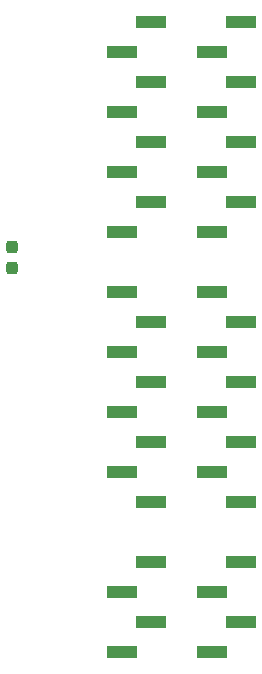
<source format=gbr>
G04 #@! TF.GenerationSoftware,KiCad,Pcbnew,9.0.7-9.0.7~ubuntu25.10.1*
G04 #@! TF.CreationDate,2026-02-01T15:36:23+09:00*
G04 #@! TF.ProjectId,bionic-tms370cx5x,62696f6e-6963-42d7-946d-733337306378,3*
G04 #@! TF.SameCoordinates,Original*
G04 #@! TF.FileFunction,Paste,Bot*
G04 #@! TF.FilePolarity,Positive*
%FSLAX46Y46*%
G04 Gerber Fmt 4.6, Leading zero omitted, Abs format (unit mm)*
G04 Created by KiCad (PCBNEW 9.0.7-9.0.7~ubuntu25.10.1) date 2026-02-01 15:36:23*
%MOMM*%
%LPD*%
G01*
G04 APERTURE LIST*
G04 Aperture macros list*
%AMRoundRect*
0 Rectangle with rounded corners*
0 $1 Rounding radius*
0 $2 $3 $4 $5 $6 $7 $8 $9 X,Y pos of 4 corners*
0 Add a 4 corners polygon primitive as box body*
4,1,4,$2,$3,$4,$5,$6,$7,$8,$9,$2,$3,0*
0 Add four circle primitives for the rounded corners*
1,1,$1+$1,$2,$3*
1,1,$1+$1,$4,$5*
1,1,$1+$1,$6,$7*
1,1,$1+$1,$8,$9*
0 Add four rect primitives between the rounded corners*
20,1,$1+$1,$2,$3,$4,$5,0*
20,1,$1+$1,$4,$5,$6,$7,0*
20,1,$1+$1,$6,$7,$8,$9,0*
20,1,$1+$1,$8,$9,$2,$3,0*%
G04 Aperture macros list end*
%ADD10R,2.510000X1.000000*%
%ADD11RoundRect,0.237500X-0.237500X0.300000X-0.237500X-0.300000X0.237500X-0.300000X0.237500X0.300000X0*%
G04 APERTURE END LIST*
D10*
X116265400Y-130960000D03*
X118754600Y-128420000D03*
X116265400Y-125880000D03*
X118754600Y-123340000D03*
X118754600Y-118260000D03*
X116265400Y-115720000D03*
X118754600Y-113180000D03*
X116265400Y-110640000D03*
X118754600Y-108100000D03*
X116265400Y-105560000D03*
X118754600Y-103020000D03*
X116265400Y-100480000D03*
X116265400Y-95400000D03*
X118754600Y-92860000D03*
X116265400Y-90320000D03*
X118754600Y-87780000D03*
X116265400Y-85240000D03*
X118754600Y-82700000D03*
X116265400Y-80160000D03*
X118754600Y-77620000D03*
D11*
X99349000Y-96700500D03*
X99349000Y-98425500D03*
D10*
X111134600Y-77620000D03*
X108645400Y-80160000D03*
X111134600Y-82700000D03*
X108645400Y-85240000D03*
X111134600Y-87780000D03*
X108645400Y-90320000D03*
X111134600Y-92860000D03*
X108645400Y-95400000D03*
X108645400Y-100480000D03*
X111134600Y-103020000D03*
X108645400Y-105560000D03*
X111134600Y-108100000D03*
X108645400Y-110640000D03*
X111134600Y-113180000D03*
X108645400Y-115720000D03*
X111134600Y-118260000D03*
X111134600Y-123340000D03*
X108645400Y-125880000D03*
X111134600Y-128420000D03*
X108645400Y-130960000D03*
M02*

</source>
